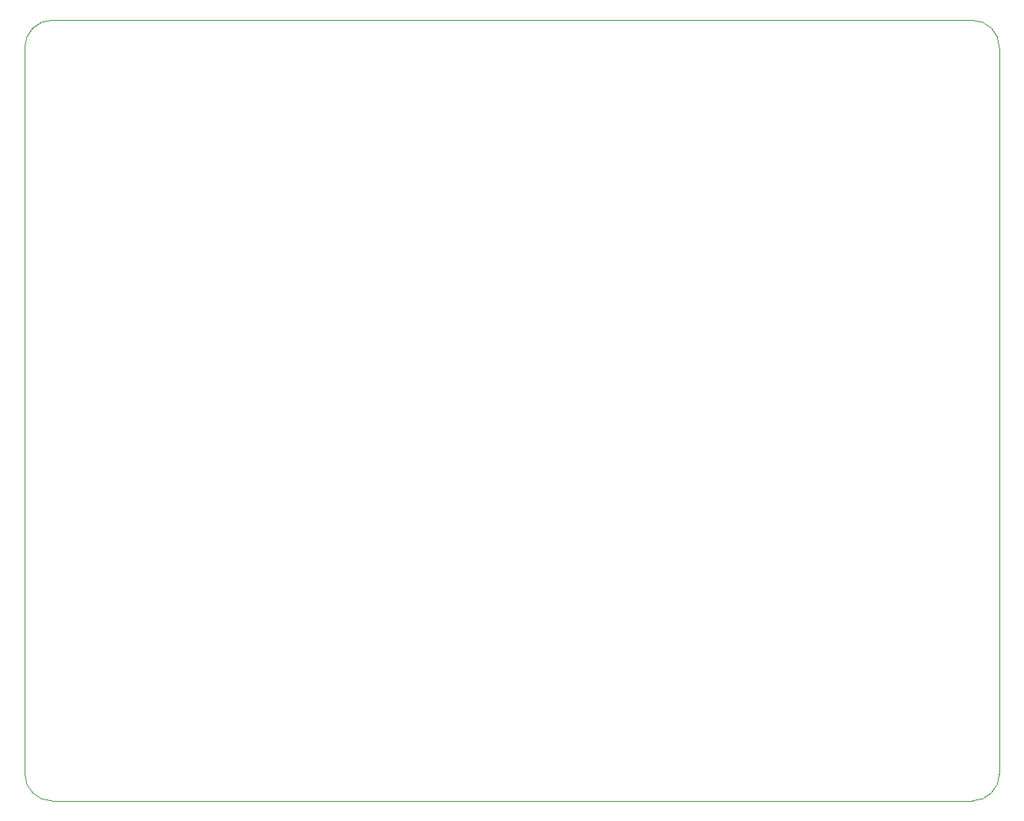
<source format=gm1>
G04 #@! TF.GenerationSoftware,KiCad,Pcbnew,8.0.8-8.0.8-0~ubuntu24.04.1*
G04 #@! TF.CreationDate,2025-02-03T16:40:28+08:00*
G04 #@! TF.ProjectId,Untitled,556e7469-746c-4656-942e-6b696361645f,rev?*
G04 #@! TF.SameCoordinates,Original*
G04 #@! TF.FileFunction,Profile,NP*
%FSLAX46Y46*%
G04 Gerber Fmt 4.6, Leading zero omitted, Abs format (unit mm)*
G04 Created by KiCad (PCBNEW 8.0.8-8.0.8-0~ubuntu24.04.1) date 2025-02-03 16:40:28*
%MOMM*%
%LPD*%
G01*
G04 APERTURE LIST*
G04 #@! TA.AperFunction,Profile*
%ADD10C,0.100000*%
G04 #@! TD*
G04 APERTURE END LIST*
D10*
X159500000Y-124750000D02*
G75*
G02*
X156500000Y-127750000I-3000000J0D01*
G01*
X55250000Y-127750000D02*
G75*
G02*
X52250000Y-124750000I0J3000000D01*
G01*
X156500000Y-41750000D02*
G75*
G02*
X159500000Y-44750000I0J-3000000D01*
G01*
X52250000Y-44750000D02*
G75*
G02*
X55250000Y-41750000I3000000J0D01*
G01*
X159500000Y-44750000D02*
X159500000Y-124750000D01*
X52250000Y-124750000D02*
X52250000Y-44750000D01*
X156500000Y-127750000D02*
X55250000Y-127750000D01*
X55250000Y-41750000D02*
X156500000Y-41750000D01*
M02*

</source>
